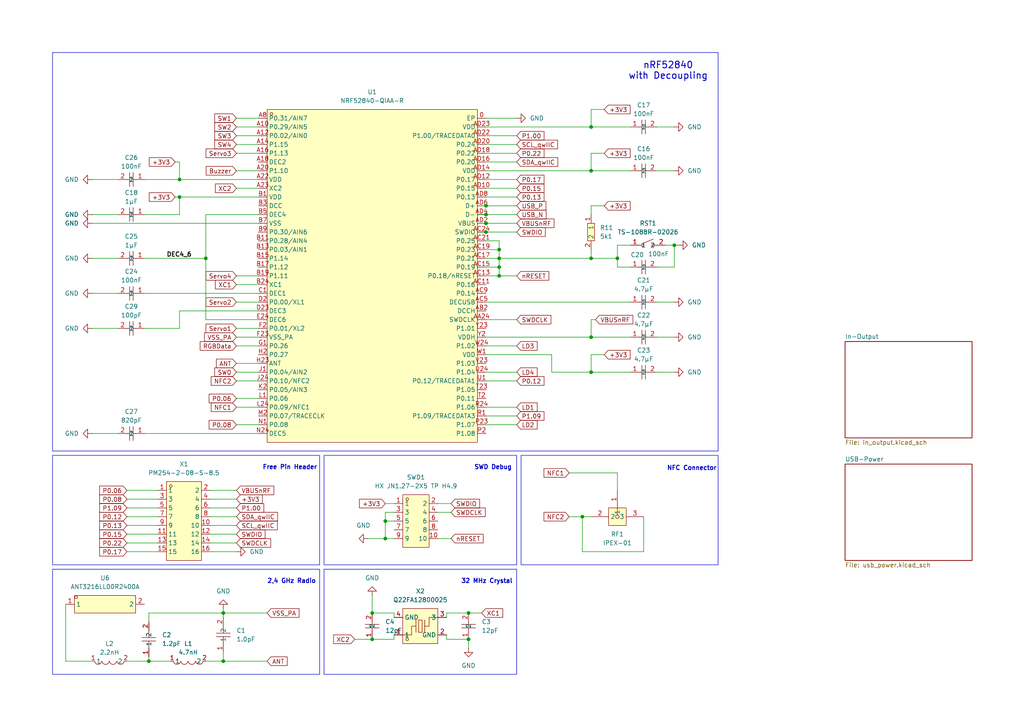
<source format=kicad_sch>
(kicad_sch (version 20250114) (generator "eeschema") (generator_version "9.0")
  (paper "A4")
  (title_block (title "CoffeeCaller nRF52840") (date "2025-07-17") (comment 1 "SPDX-FileCopyrightText: 2025 Andreas Kurz <info@akurz.net>") (comment 2 "SPDX-License-Identifier: CERN-OHL-S-2.0+"))
  (lib_symbols
    (symbol "EASYEDA:0402B821K500NT"
      (property "Reference" "C" (at 0 5.08 0))
      (property "Value" "0402B821K500NT" (at 0 -5.08 0))
      (symbol "0402B821K500NT_0_1"
        (polyline (pts (xy -1.27 0) (xy -0.51 0)))
        (polyline (pts (xy -0.51 2.03) (xy -0.51 -2.03)))
        (polyline (pts (xy 0.51 2.03) (xy 0.51 -2.03)))
        (polyline (pts (xy 0.51 0) (xy 1.27 0)))
        (pin input line (at -3.81 0 0) (length 2.54) (name "1") (number "1"))
        (pin input line (at 3.81 0 180) (length 2.54) (name "2") (number "2"))
      )
    )
    (symbol "EASYEDA:0603WAF5101T5E"
      (property "Reference" "R" (at 0 5.08 0))
      (property "Value" "0603WAF5101T5E" (at 0 -5.08 0))
      (symbol "0603WAF5101T5E_0_1"
        (rectangle (start -2.54 1.02) (end 2.54 -1.02) (fill (type background)))
        (pin input line (at -5.08 0 0) (length 2.54) (name "1") (number "1"))
        (pin input line (at 5.08 0 180) (length 2.54) (name "2") (number "2"))
      )
    )
    (symbol "EASYEDA:ANT3216LL00R2400A"
      (property "Reference" "U" (at 0 5.08 0))
      (property "Value" "ANT3216LL00R2400A" (at 0 -5.08 0))
      (symbol "ANT3216LL00R2400A_0_1"
        (rectangle (start -10.16 2.54) (end 7.62 -2.54) (fill (type background)))
        (circle (center -9.65 2.03) (radius 0.38))
        (pin unspecified line (at -12.7 0 0) (length 2.54) (name "1") (number "1"))
        (pin unspecified line (at 10.16 0 180) (length 2.54) (name "2") (number "2"))
      )
    )
    (symbol "EASYEDA:CL10A105KO8NNNC"
      (property "Reference" "C" (at 0 5.08 0))
      (property "Value" "CL10A105KO8NNNC" (at 0 -5.08 0))
      (symbol "CL10A105KO8NNNC_0_1"
        (polyline (pts (xy -1.27 0) (xy -0.51 0)))
        (polyline (pts (xy -0.51 2.03) (xy -0.51 -2.03)))
        (polyline (pts (xy 0.51 2.03) (xy 0.51 -2.03)))
        (polyline (pts (xy 0.51 0) (xy 1.27 0)))
        (pin input line (at -3.81 0 0) (length 2.54) (name "1") (number "1"))
        (pin input line (at 3.81 0 180) (length 2.54) (name "2") (number "2"))
      )
    )
    (symbol "EASYEDA:CL10A475KP8NNNC"
      (property "Reference" "C" (at 0 5.08 0))
      (property "Value" "CL10A475KP8NNNC" (at 0 -5.08 0))
      (symbol "CL10A475KP8NNNC_0_1"
        (polyline (pts (xy -1.27 0) (xy -0.51 0)))
        (polyline (pts (xy -0.51 2.03) (xy -0.51 -2.03)))
        (polyline (pts (xy 0.51 2.03) (xy 0.51 -2.03)))
        (polyline (pts (xy 0.51 0) (xy 1.27 0)))
        (pin input line (at -3.81 0 0) (length 2.54) (name "1") (number "1"))
        (pin input line (at 3.81 0 180) (length 2.54) (name "2") (number "2"))
      )
    )
    (symbol "EASYEDA:CL10C101JB8NNNC"
      (property "Reference" "C" (at 0 5.08 0))
      (property "Value" "CL10C101JB8NNNC" (at 0 -5.08 0))
      (symbol "CL10C101JB8NNNC_0_1"
        (polyline (pts (xy -1.27 0) (xy -0.51 0)))
        (polyline (pts (xy -0.51 2.03) (xy -0.51 -2.03)))
        (polyline (pts (xy 0.51 2.03) (xy 0.51 -2.03)))
        (polyline (pts (xy 0.51 0) (xy 1.27 0)))
        (pin input line (at -3.81 0 0) (length 2.54) (name "1") (number "1"))
        (pin input line (at 3.81 0 180) (length 2.54) (name "2") (number "2"))
      )
    )
    (symbol "EASYEDA:CL10C120JB8NNNC"
      (property "Reference" "C" (at 0 5.08 0))
      (property "Value" "CL10C120JB8NNNC" (at 0 -5.08 0))
      (symbol "CL10C120JB8NNNC_0_1"
        (polyline (pts (xy -1.27 0) (xy -0.51 0)))
        (polyline (pts (xy -0.51 2.03) (xy -0.51 -2.03)))
        (polyline (pts (xy 0.51 2.03) (xy 0.51 -2.03)))
        (polyline (pts (xy 0.51 0) (xy 1.27 0)))
        (pin input line (at -3.81 0 0) (length 2.54) (name "1") (number "1"))
        (pin input line (at 3.81 0 180) (length 2.54) (name "2") (number "2"))
      )
    )
    (symbol "EASYEDA:GRM0335C1H1R0BA01D"
      (property "Reference" "C" (at 0 5.08 0))
      (property "Value" "GRM0335C1H1R0BA01D" (at 0 -5.08 0))
      (symbol "GRM0335C1H1R0BA01D_0_1"
        (polyline (pts (xy -0.51 0) (xy -2.54 0)))
        (polyline (pts (xy -0.51 -2.03) (xy -0.51 2.03)))
        (polyline (pts (xy 0.51 2.03) (xy 0.51 -2.03)))
        (polyline (pts (xy 2.54 0) (xy 0.51 0)))
        (pin unspecified line (at -5.08 0 0) (length 2.54) (name "1") (number "1"))
        (pin unspecified line (at 5.08 0 180) (length 2.54) (name "2") (number "2"))
      )
    )
    (symbol "EASYEDA:GRM0335C1H1R2BA01D"
      (property "Reference" "C" (at 0 5.08 0))
      (property "Value" "GRM0335C1H1R2BA01D" (at 0 -5.08 0))
      (symbol "GRM0335C1H1R2BA01D_0_1"
        (polyline (pts (xy -0.51 0) (xy -2.54 0)))
        (polyline (pts (xy -0.51 -2.03) (xy -0.51 2.03)))
        (polyline (pts (xy 0.51 2.03) (xy 0.51 -2.03)))
        (polyline (pts (xy 2.54 0) (xy 0.51 0)))
        (pin unspecified line (at -5.08 0 0) (length 2.54) (name "1") (number "1"))
        (pin unspecified line (at 5.08 0 180) (length 2.54) (name "2") (number "2"))
      )
    )
    (symbol "EASYEDA:HXJN1.27-2X5TPH4.9"
      (property "Reference" "CN" (at 0 10.16 0))
      (property "Value" "HX JN1.27-2X5 TP H4.9" (at 0 -10.16 0))
      (symbol "HXJN1.27-2X5TPH4.9_0_1"
        (rectangle (start -3.81 7.62) (end 3.81 -7.62) (fill (type background)))
        (circle (center -2.54 6.35) (radius 0.38))
        (pin unspecified line (at -6.35 5.08 0) (length 2.54) (name "1") (number "1"))
        (pin unspecified line (at -6.35 2.54 0) (length 2.54) (name "3") (number "3"))
        (pin unspecified line (at -6.35 0 0) (length 2.54) (name "5") (number "5"))
        (pin unspecified line (at -6.35 -2.54 0) (length 2.54) (name "7") (number "7"))
        (pin unspecified line (at -6.35 -5.08 0) (length 2.54) (name "9") (number "9"))
        (pin unspecified line (at 6.35 5.08 180) (length 2.54) (name "2") (number "2"))
        (pin unspecified line (at 6.35 2.54 180) (length 2.54) (name "4") (number "4"))
        (pin unspecified line (at 6.35 0 180) (length 2.54) (name "6") (number "6"))
        (pin unspecified line (at 6.35 -2.54 180) (length 2.54) (name "8") (number "8"))
        (pin unspecified line (at 6.35 -5.08 180) (length 2.54) (name "10") (number "10"))
      )
    )
    (symbol "EASYEDA:IPEX-01"
      (property "Reference" "RF" (at 0 10.16 0))
      (property "Value" "IPEX-01" (at 0 -7.62 0))
      (symbol "IPEX-01_0_1"
        (rectangle (start -2.54 0) (end 2.54 -5.08) (fill (type background)))
        (polyline (pts (xy 0 -2.03) (xy 0 0)))
        (circle (center 0 -2.54) (radius 0.51))
        (pin unspecified line (at -7.62 -2.54 0) (length 5.08) (name "2") (number "2"))
        (pin unspecified line (at 0 5.08 270) (length 5.08) (name "1") (number "1"))
        (pin unspecified line (at 7.62 -2.54 180) (length 5.08) (name "3") (number "3"))
      )
    )
    (symbol "EASYEDA:LQP03TG2N2B02D"
      (property "Reference" "L" (at 0 5.08 0))
      (property "Value" "LQP03TG2N2B02D" (at 0 -5.08 0))
      (symbol "LQP03TG2N2B02D_0_1"
        (arc (start -2.27 -0.02) (mid -3.28 -0.937) (end -4.29 -0.02))
        (arc (start -0.11 -0.02) (mid -1.12 -0.937) (end -2.13 -0.02))
        (arc (start 2.04 -0.02) (mid 1.03 -0.937) (end 0.02 -0.02))
        (arc (start 4.23 -0.02) (mid 3.22 -0.9448) (end 2.21 -0.02))
        (pin unspecified line (at -5.08 0 0) (length 0.762) (name "1") (number "1"))
        (pin unspecified line (at 5.08 0 180) (length 0.762) (name "2") (number "2"))
      )
    )
    (symbol "EASYEDA:LQP03TN4N7H02D"
      (property "Reference" "L" (at 0 5.08 0))
      (property "Value" "LQP03TN4N7H02D" (at 0 -5.08 0))
      (symbol "LQP03TN4N7H02D_0_1"
        (arc (start -2.27 -0.02) (mid -3.28 -0.937) (end -4.29 -0.02))
        (arc (start -0.11 -0.02) (mid -1.12 -0.937) (end -2.13 -0.02))
        (arc (start 2.04 -0.02) (mid 1.03 -0.937) (end 0.02 -0.02))
        (arc (start 4.23 -0.02) (mid 3.22 -0.9448) (end 2.21 -0.02))
        (pin unspecified line (at -5.08 0 0) (length 0.762) (name "1") (number "1"))
        (pin unspecified line (at 5.08 0 180) (length 0.762) (name "2") (number "2"))
      )
    )
    (symbol "EASYEDA:NRF52840-QIAA-R"
      (property "Reference" "U1" (at 0 53.34 0))
      (property "Value" "NRF52840-QIAA-R" (at 0 50.8 0))
      (symbol "NRF52840-QIAA-R_0_1"
        (rectangle (start -30.48 48.26) (end 30.48 -48.26) (fill (type background)))
        (circle (center -29.21 46.99) (radius 0.38))
        (pin unspecified line (at -33.02 45.72 0) (length 2.54) (name "P0.31/AIN7") (number "A8"))
        (pin unspecified line (at -33.02 43.18 0) (length 2.54) (name "P0.29/AIN5") (number "A10"))
        (pin unspecified line (at -33.02 40.64 0) (length 2.54) (name "P0.02/AIN0") (number "A12"))
        (pin unspecified line (at -33.02 38.1 0) (length 2.54) (name "P1.15") (number "A14"))
        (pin unspecified line (at -33.02 35.56 0) (length 2.54) (name "P1.13") (number "A16"))
        (pin unspecified line (at -33.02 33.02 0) (length 2.54) (name "DEC2") (number "A18"))
        (pin unspecified line (at -33.02 30.48 0) (length 2.54) (name "P1.10") (number "A20"))
        (pin unspecified line (at -33.02 27.94 0) (length 2.54) (name "VDD") (number "A22"))
        (pin unspecified line (at -33.02 25.4 0) (length 2.54) (name "XC2") (number "A23"))
        (pin unspecified line (at -33.02 22.86 0) (length 2.54) (name "VDD") (number "B1"))
        (pin unspecified line (at -33.02 20.32 0) (length 2.54) (name "DCC") (number "B3"))
        (pin unspecified line (at -33.02 17.78 0) (length 2.54) (name "DEC4") (number "B5"))
        (pin unspecified line (at -33.02 15.24 0) (length 2.54) (name "VSS") (number "B7"))
        (pin unspecified line (at -33.02 12.7 0) (length 2.54) (name "P0.30/AIN6") (number "B9"))
        (pin unspecified line (at -33.02 10.16 0) (length 2.54) (name "P0.28/AIN4") (number "B11"))
        (pin unspecified line (at -33.02 7.62 0) (length 2.54) (name "P0.03/AIN1") (number "B13"))
        (pin unspecified line (at -33.02 5.08 0) (length 2.54) (name "P1.14") (number "B15"))
        (pin unspecified line (at -33.02 2.54 0) (length 2.54) (name "P1.12") (number "B17"))
        (pin unspecified line (at -33.02 0 0) (length 2.54) (name "P1.11") (number "B19"))
        (pin unspecified line (at -33.02 -2.54 0) (length 2.54) (name "XC1") (number "B24"))
        (pin unspecified line (at -33.02 -5.08 0) (length 2.54) (name "DEC1") (number "C1"))
        (pin unspecified line (at -33.02 -7.62 0) (length 2.54) (name "P0.00/XL1") (number "D2"))
        (pin unspecified line (at -33.02 -10.16 0) (length 2.54) (name "DEC3") (number "D23"))
        (pin unspecified line (at -33.02 -12.7 0) (length 2.54) (name "DEC6") (number "E24"))
        (pin unspecified line (at -33.02 -15.24 0) (length 2.54) (name "P0.01/XL2") (number "F2"))
        (pin unspecified line (at -33.02 -17.78 0) (length 2.54) (name "VSS_PA") (number "F23"))
        (pin unspecified line (at -33.02 -20.32 0) (length 2.54) (name "P0.26") (number "G1"))
        (pin unspecified line (at -33.02 -22.86 0) (length 2.54) (name "P0.27") (number "H2"))
        (pin unspecified line (at -33.02 -25.4 0) (length 2.54) (name "ANT") (number "H23"))
        (pin unspecified line (at -33.02 -27.94 0) (length 2.54) (name "P0.04/AIN2") (number "J1"))
        (pin unspecified line (at -33.02 -30.48 0) (length 2.54) (name "P0.10/NFC2") (number "J24"))
        (pin unspecified line (at -33.02 -33.02 0) (length 2.54) (name "P0.05/AIN3") (number "K2"))
        (pin unspecified line (at -33.02 -35.56 0) (length 2.54) (name "P0.06") (number "L1"))
        (pin unspecified line (at -33.02 -38.1 0) (length 2.54) (name "P0.09/NFC1") (number "L24"))
        (pin unspecified line (at -33.02 -40.64 0) (length 2.54) (name "P0.07/TRACECLK") (number "M2"))
        (pin unspecified line (at -33.02 -43.18 0) (length 2.54) (name "P0.08") (number "N1"))
        (pin unspecified line (at -33.02 -45.72 0) (length 2.54) (name "DEC5") (number "N24"))
        (pin unspecified line (at 33.02 45.72 180) (length 2.54) (name "EP") (number "0"))
        (pin unspecified line (at 33.02 43.18 180) (length 2.54) (name "VDD") (number "AD23"))
        (pin unspecified line (at 33.02 40.64 180) (length 2.54) (name "P1.00/TRACEDATA0") (number "AD22"))
        (pin unspecified line (at 33.02 38.1 180) (length 2.54) (name "P0.24") (number "AD20"))
        (pin unspecified line (at 33.02 35.56 180) (length 2.54) (name "P0.22") (number "AD18"))
        (pin unspecified line (at 33.02 33.02 180) (length 2.54) (name "P0.20") (number "AD16"))
        (pin unspecified line (at 33.02 30.48 180) (length 2.54) (name "VDD") (number "AD14"))
        (pin unspecified line (at 33.02 27.94 180) (length 2.54) (name "P0.17") (number "AD12"))
        (pin unspecified line (at 33.02 22.86 180) (length 2.54) (name "P0.13") (number "AD8"))
        (pin unspecified line (at 33.02 17.78 180) (length 2.54) (name "D-") (number "AD4"))
        (pin unspecified line (at 33.02 15.24 180) (length 2.54) (name "VBUS") (number "AD2"))
        (pin unspecified line (at 33.02 12.7 180) (length 2.54) (name "SWDIO") (number "AC24"))
        (pin unspecified line (at 33.02 10.16 180) (length 2.54) (name "P0.25") (number "AC21"))
        (pin unspecified line (at 33.02 7.62 180) (length 2.54) (name "P0.23") (number "AC19"))
        (pin unspecified line (at 33.02 2.54 180) (length 2.54) (name "P0.19") (number "AC15"))
        (pin unspecified line (at 33.02 0 180) (length 2.54) (name "P0.18/nRESET") (number "AC13"))
        (pin unspecified line (at 33.02 -2.54 180) (length 2.54) (name "P0.16") (number "AC11"))
        (pin unspecified line (at 33.02 -5.08 180) (length 2.54) (name "P0.14") (number "AC9"))
        (pin unspecified line (at 33.02 -7.62 180) (length 2.54) (name "DECUSB") (number "AC5"))
        (pin unspecified line (at 33.02 -10.16 180) (length 2.54) (name "DCCH") (number "AB2"))
        (pin unspecified line (at 33.02 -12.7 180) (length 2.54) (name "SWDCLK") (number "AA24"))
        (pin unspecified line (at 33.02 -15.24 180) (length 2.54) (name "P1.01") (number "Y23"))
        (pin unspecified line (at 33.02 -17.78 180) (length 2.54) (name "VDDH") (number "Y2"))
        (pin unspecified line (at 33.02 -20.32 180) (length 2.54) (name "P1.02") (number "W24"))
        (pin unspecified line (at 33.02 -22.86 180) (length 2.54) (name "VDD") (number "W1"))
        (pin unspecified line (at 33.02 -25.4 180) (length 2.54) (name "P1.03") (number "V23"))
        (pin unspecified line (at 33.02 -27.94 180) (length 2.54) (name "P1.04") (number "U24"))
        (pin unspecified line (at 33.02 -30.48 180) (length 2.54) (name "P0.12/TRACEDATA1") (number "U1"))
        (pin unspecified line (at 33.02 -33.02 180) (length 2.54) (name "P1.05") (number "T23"))
        (pin unspecified line (at 33.02 -35.56 180) (length 2.54) (name "P0.11") (number "T2"))
        (pin unspecified line (at 33.02 -38.1 180) (length 2.54) (name "P1.06") (number "R24"))
        (pin unspecified line (at 33.02 -40.64 180) (length 2.54) (name "P1.09/TRACEDATA3") (number "R1"))
        (pin unspecified line (at 33.02 -43.18 180) (length 2.54) (name "P1.07") (number "P23"))
        (pin unspecified line (at 33.02 -45.72 180) (length 2.54) (name "P1.08") (number "P2"))
      )
      (symbol "NRF52840-QIAA-R_1_1"
        (pin unspecified line (at 33.02 25.4 180) (length 2.54) (name "P0.15") (number "AD10"))
        (pin unspecified line (at 33.02 20.32 180) (length 2.54) (name "D+") (number "AD6"))
        (pin unspecified line (at 33.02 5.08 180) (length 2.54) (name "P0.21") (number "AC17"))
      )
    )
    (symbol "EASYEDA:PM254-2-08-S-8.5"
      (property "Reference" "H" (at 0 15.24 0))
      (property "Value" "PM254-2-08-S-8.5" (at 0 -12.7 0))
      (symbol "PM254-2-08-S-8.5_0_1"
        (rectangle (start -5.08 12.7) (end 5.08 -10.16) (fill (type background)))
        (circle (center -3.81 11.43) (radius 0.38))
        (pin unspecified line (at -7.62 10.16 0) (length 2.54) (name "1") (number "1"))
        (pin unspecified line (at -7.62 7.62 0) (length 2.54) (name "3") (number "3"))
        (pin unspecified line (at -7.62 5.08 0) (length 2.54) (name "5") (number "5"))
        (pin unspecified line (at -7.62 2.54 0) (length 2.54) (name "7") (number "7"))
        (pin unspecified line (at -7.62 0 0) (length 2.54) (name "9") (number "9"))
        (pin unspecified line (at -7.62 -2.54 0) (length 2.54) (name "11") (number "11"))
        (pin unspecified line (at -7.62 -5.08 0) (length 2.54) (name "13") (number "13"))
        (pin unspecified line (at -7.62 -7.62 0) (length 2.54) (name "15") (number "15"))
        (pin unspecified line (at 7.62 10.16 180) (length 2.54) (name "2") (number "2"))
        (pin unspecified line (at 7.62 7.62 180) (length 2.54) (name "4") (number "4"))
        (pin unspecified line (at 7.62 5.08 180) (length 2.54) (name "6") (number "6"))
        (pin unspecified line (at 7.62 2.54 180) (length 2.54) (name "8") (number "8"))
        (pin unspecified line (at 7.62 0 180) (length 2.54) (name "10") (number "10"))
        (pin unspecified line (at 7.62 -2.54 180) (length 2.54) (name "12") (number "12"))
        (pin unspecified line (at 7.62 -5.08 180) (length 2.54) (name "14") (number "14"))
        (pin unspecified line (at 7.62 -7.62 180) (length 2.54) (name "16") (number "16"))
      )
    )
    (symbol "EASYEDA:Q22FA12800025"
      (property "Reference" "X" (at 0 7.62 0))
      (property "Value" "Q22FA12800025" (at 0 -7.62 0))
      (symbol "Q22FA12800025_0_1"
        (rectangle (start -5.08 5.08) (end 5.08 -5.08) (fill (type background)))
        (polyline (pts (xy -5.08 -2.54) (xy -2.54 -2.54) (xy -2.54 0) (xy -1.27 0)))
        (circle (center -3.81 -3.81) (radius 0.38))
        (polyline (pts (xy -1.27 -1.78) (xy -1.27 1.78)))
        (rectangle (start -0.51 1.78) (end 0.51 -1.78) (fill (type background)))
        (polyline (pts (xy 1.27 -1.78) (xy 1.27 1.78)))
        (polyline (pts (xy 5.08 2.54) (xy 2.54 2.54) (xy 2.54 0) (xy 1.27 0)))
        (pin input line (at -7.62 2.54 0) (length 2.54) (name "GND") (number "4"))
        (pin input line (at -7.62 -2.54 0) (length 2.54) (name "1") (number "1"))
        (pin input line (at 7.62 2.54 180) (length 2.54) (name "3") (number "3"))
        (pin input line (at 7.62 -2.54 180) (length 2.54) (name "GND") (number "2"))
      )
    )
    (symbol "EASYEDA:TS-1088R-02026"
      (property "Reference" "SW" (at 0 5.08 0))
      (property "Value" "TS-1088R-02026" (at 0 -5.08 0))
      (symbol "TS-1088R-02026_0_1"
        (polyline (pts (xy -2.03 0) (xy -2.54 0)))
        (polyline (pts (xy -1.52 0.51) (xy 1.52 1.78)))
        (circle (center -1.52 0) (radius 0.38))
        (circle (center 1.52 0) (radius 0.38))
        (polyline (pts (xy 2.03 0) (xy 2.54 0)))
        (pin unspecified line (at -5.08 0 0) (length 2.54) (name "1") (number "1"))
        (pin unspecified line (at 5.08 0 180) (length 2.54) (name "2") (number "2"))
      )
    )
    (symbol "power:GND" (power) (pin_numbers (hide yes)) (pin_names (offset 0) (hide yes))
      (property "Value" "GND" (at 0 -3.81 0))
      (symbol "GND_0_1"
        (polyline (pts (xy 0 0) (xy 0 -1.27) (xy 1.27 -1.27) (xy 0 -2.54) (xy -1.27 -1.27) (xy 0 -1.27)))
      )
      (symbol "GND_1_1"
        (pin power_in line (at 0 0 270) (length 0) (name "~") (number "1"))
      )
    )
  )
  (rectangle (start 93.98 132.08) (end 149.86 163.83))
  (rectangle (start 15.24 165.1) (end 92.71 195.58))
  (rectangle (start 93.98 165.1) (end 149.86 195.58))
  (rectangle (start 15.24 15.24) (end 208.28 130.81))
  (rectangle (start 15.24 132.08) (end 92.71 163.83))
  (rectangle (start 151.13 132.08) (end 208.28 163.83))
  (text "nRF52840\nwith Decoupling" (at 193.802 20.574 0) (effects (font (size 1.905 1.905) (thickness 0.254) (bold yes))))
  (text "2,4 GHz Radio" (at 84.582 168.656 0) (effects (font (size 1.27 1.27) (thickness 0.254) (bold yes))))
  (text "Free Pin Header" (at 84.074 135.636 0) (effects (font (size 1.27 1.27) (thickness 0.254) (bold yes))))
  (text "32 MHz Crystal" (at 141.224 168.656 0) (effects (font (size 1.27 1.27) (thickness 0.254) (bold yes))))
  (text "NFC Connector" (at 200.66 135.89 0) (effects (font (size 1.27 1.27) (thickness 0.254) (bold yes))))
  (text "SWD Debug" (at 143.002 135.636 0) (effects (font (size 1.27 1.27) (thickness 0.254) (bold yes))))
  (junction (at 64.77 191.77))
  (junction (at 43.18 191.77))
  (junction (at 140.97 67.31))
  (junction (at 111.76 156.21))
  (junction (at 52.07 52.07))
  (junction (at 140.97 59.69))
  (junction (at 144.78 80.01))
  (junction (at 195.58 71.12))
  (junction (at 168.91 149.86))
  (junction (at 179.07 74.93))
  (junction (at 107.95 185.42))
  (junction (at 135.89 185.42))
  (junction (at 171.45 97.79))
  (junction (at 59.69 74.93))
  (junction (at 64.77 177.8))
  (junction (at 171.45 49.53))
  (junction (at 107.95 177.8))
  (junction (at 171.45 36.83))
  (junction (at 140.97 64.77))
  (junction (at 52.07 57.15))
  (junction (at 171.45 107.95))
  (junction (at 144.78 72.39))
  (junction (at 140.97 62.23))
  (junction (at 111.76 151.13))
  (junction (at 171.45 74.93))
  (junction (at 144.78 74.93))
  (junction (at 135.89 177.8))
  (junction (at 144.78 77.47))
  (wire (pts (xy 107.95 172.72) (xy 107.95 177.8)))
  (wire (pts (xy 68.58 115.57) (xy 74.93 115.57)))
  (wire (pts (xy 127 156.21) (xy 130.81 156.21)))
  (wire (pts (xy 135.89 185.42) (xy 135.89 187.96)))
  (wire (pts (xy 36.83 142.24) (xy 45.72 142.24)))
  (wire (pts (xy 68.58 39.37) (xy 74.93 39.37)))
  (wire (pts (xy 171.45 97.79) (xy 182.88 97.79)))
  (wire (pts (xy 140.97 74.93) (xy 144.78 74.93)))
  (wire (pts (xy 68.58 80.01) (xy 74.93 80.01)))
  (wire (pts (xy 140.97 80.01) (xy 144.78 80.01)))
  (wire (pts (xy 140.97 92.71) (xy 149.86 92.71)))
  (wire (pts (xy 43.18 190.5) (xy 43.18 191.77)))
  (wire (pts (xy 171.45 107.95) (xy 160.02 107.95)))
  (wire (pts (xy 36.83 147.32) (xy 45.72 147.32)))
  (wire (pts (xy 114.3 184.15) (xy 114.3 185.42)))
  (wire (pts (xy 41.91 52.07) (xy 52.07 52.07)))
  (wire (pts (xy 144.78 69.85) (xy 144.78 72.39)))
  (wire (pts (xy 111.76 156.21) (xy 111.76 151.13)))
  (wire (pts (xy 182.88 77.47) (xy 179.07 77.47)))
  (wire (pts (xy 64.77 177.8) (xy 77.47 177.8)))
  (wire (pts (xy 68.58 54.61) (xy 74.93 54.61)))
  (wire (pts (xy 60.96 154.94) (xy 68.58 154.94)))
  (wire (pts (xy 36.83 160.02) (xy 45.72 160.02)))
  (wire (pts (xy 140.97 64.77) (xy 149.86 64.77)))
  (wire (pts (xy 26.67 95.25) (xy 34.29 95.25)))
  (wire (pts (xy 140.97 100.33) (xy 149.86 100.33)))
  (wire (pts (xy 111.76 148.59) (xy 114.3 148.59)))
  (wire (pts (xy 138.43 59.69) (xy 140.97 59.69)))
  (wire (pts (xy 59.69 62.23) (xy 59.69 74.93)))
  (wire (pts (xy 140.97 120.65) (xy 149.86 120.65)))
  (wire (pts (xy 160.02 102.87) (xy 140.97 102.87)))
  (wire (pts (xy 68.58 82.55) (xy 74.93 82.55)))
  (wire (pts (xy 171.45 107.95) (xy 182.88 107.95)))
  (wire (pts (xy 64.77 189.23) (xy 64.77 191.77)))
  (wire (pts (xy 144.78 72.39) (xy 144.78 74.93)))
  (wire (pts (xy 68.58 97.79) (xy 74.93 97.79)))
  (wire (pts (xy 41.91 74.93) (xy 59.69 74.93)))
  (wire (pts (xy 102.87 185.42) (xy 107.95 185.42)))
  (wire (pts (xy 129.54 185.42) (xy 135.89 185.42)))
  (wire (pts (xy 60.96 147.32) (xy 68.58 147.32)))
  (wire (pts (xy 138.43 64.77) (xy 140.97 64.77)))
  (wire (pts (xy 171.45 44.45) (xy 171.45 49.53)))
  (wire (pts (xy 179.07 74.93) (xy 179.07 71.12)))
  (wire (pts (xy 19.05 191.77) (xy 26.67 191.77)))
  (wire (pts (xy 171.45 31.75) (xy 171.45 36.83)))
  (wire (pts (xy 36.83 152.4) (xy 45.72 152.4)))
  (wire (pts (xy 68.58 34.29) (xy 74.93 34.29)))
  (wire (pts (xy 140.97 46.99) (xy 149.86 46.99)))
  (wire (pts (xy 107.95 177.8) (xy 114.3 177.8)))
  (wire (pts (xy 41.91 125.73) (xy 74.93 125.73)))
  (wire (pts (xy 68.58 123.19) (xy 74.93 123.19)))
  (wire (pts (xy 60.96 144.78) (xy 68.58 144.78)))
  (wire (pts (xy 190.5 77.47) (xy 195.58 77.47)))
  (wire (pts (xy 68.58 95.25) (xy 74.93 95.25)))
  (wire (pts (xy 168.91 160.02) (xy 168.91 149.86)))
  (wire (pts (xy 175.26 102.87) (xy 171.45 102.87)))
  (wire (pts (xy 140.97 49.53) (xy 171.45 49.53)))
  (wire (pts (xy 129.54 184.15) (xy 129.54 185.42)))
  (wire (pts (xy 179.07 71.12) (xy 182.88 71.12)))
  (wire (pts (xy 59.69 74.93) (xy 59.69 92.71)))
  (wire (pts (xy 26.67 62.23) (xy 34.29 62.23)))
  (wire (pts (xy 52.07 62.23) (xy 41.91 62.23)))
  (wire (pts (xy 140.97 41.91) (xy 149.86 41.91)))
  (wire (pts (xy 36.83 191.77) (xy 43.18 191.77)))
  (wire (pts (xy 182.88 49.53) (xy 171.45 49.53)))
  (wire (pts (xy 26.67 125.73) (xy 34.29 125.73)))
  (wire (pts (xy 64.77 191.77) (xy 77.47 191.77)))
  (wire (pts (xy 190.5 36.83) (xy 195.58 36.83)))
  (wire (pts (xy 68.58 44.45) (xy 74.93 44.45)))
  (wire (pts (xy 140.97 123.19) (xy 149.86 123.19)))
  (wire (pts (xy 140.97 107.95) (xy 149.86 107.95)))
  (wire (pts (xy 59.69 92.71) (xy 74.93 92.71)))
  (wire (pts (xy 144.78 80.01) (xy 149.86 80.01)))
  (wire (pts (xy 68.58 107.95) (xy 74.93 107.95)))
  (wire (pts (xy 111.76 151.13) (xy 114.3 151.13)))
  (wire (pts (xy 26.67 64.77) (xy 74.93 64.77)))
  (wire (pts (xy 144.78 77.47) (xy 144.78 80.01)))
  (wire (pts (xy 59.69 191.77) (xy 64.77 191.77)))
  (wire (pts (xy 60.96 157.48) (xy 68.58 157.48)))
  (wire (pts (xy 140.97 72.39) (xy 144.78 72.39)))
  (wire (pts (xy 60.96 160.02) (xy 68.58 160.02)))
  (wire (pts (xy 36.83 154.94) (xy 45.72 154.94)))
  (wire (pts (xy 172.72 92.71) (xy 171.45 92.71)))
  (wire (pts (xy 43.18 191.77) (xy 49.53 191.77)))
  (wire (pts (xy 179.07 137.16) (xy 179.07 142.24)))
  (wire (pts (xy 135.89 177.8) (xy 129.54 177.8)))
  (wire (pts (xy 190.5 49.53) (xy 195.58 49.53)))
  (wire (pts (xy 140.97 67.31) (xy 149.86 67.31)))
  (wire (pts (xy 171.45 92.71) (xy 171.45 97.79)))
  (wire (pts (xy 43.18 177.8) (xy 64.77 177.8)))
  (wire (pts (xy 190.5 87.63) (xy 195.58 87.63)))
  (wire (pts (xy 168.91 149.86) (xy 171.45 149.86)))
  (wire (pts (xy 182.88 87.63) (xy 140.97 87.63)))
  (wire (pts (xy 64.77 177.8) (xy 64.77 179.07)))
  (wire (pts (xy 138.43 62.23) (xy 140.97 62.23)))
  (wire (pts (xy 129.54 177.8) (xy 129.54 179.07)))
  (wire (pts (xy 144.78 74.93) (xy 171.45 74.93)))
  (wire (pts (xy 114.3 179.07) (xy 114.3 177.8)))
  (wire (pts (xy 160.02 107.95) (xy 160.02 102.87)))
  (wire (pts (xy 52.07 90.17) (xy 74.93 90.17)))
  (wire (pts (xy 41.91 95.25) (xy 52.07 95.25)))
  (wire (pts (xy 111.76 151.13) (xy 111.76 148.59)))
  (wire (pts (xy 190.5 107.95) (xy 195.58 107.95)))
  (wire (pts (xy 171.45 44.45) (xy 175.26 44.45)))
  (wire (pts (xy 140.97 62.23) (xy 149.86 62.23)))
  (wire (pts (xy 60.96 152.4) (xy 68.58 152.4)))
  (wire (pts (xy 193.04 71.12) (xy 195.58 71.12)))
  (wire (pts (xy 179.07 77.47) (xy 179.07 74.93)))
  (wire (pts (xy 74.93 57.15) (xy 52.07 57.15)))
  (wire (pts (xy 68.58 36.83) (xy 74.93 36.83)))
  (wire (pts (xy 127 146.05) (xy 130.81 146.05)))
  (wire (pts (xy 171.45 74.93) (xy 171.45 72.39)))
  (wire (pts (xy 106.68 156.21) (xy 111.76 156.21)))
  (wire (pts (xy 175.26 59.69) (xy 171.45 59.69)))
  (wire (pts (xy 195.58 71.12) (xy 196.85 71.12)))
  (wire (pts (xy 36.83 144.78) (xy 45.72 144.78)))
  (wire (pts (xy 52.07 95.25) (xy 52.07 90.17)))
  (wire (pts (xy 186.69 160.02) (xy 168.91 160.02)))
  (wire (pts (xy 140.97 77.47) (xy 144.78 77.47)))
  (wire (pts (xy 140.97 44.45) (xy 149.86 44.45)))
  (wire (pts (xy 140.97 57.15) (xy 149.86 57.15)))
  (wire (pts (xy 140.97 69.85) (xy 144.78 69.85)))
  (wire (pts (xy 36.83 149.86) (xy 45.72 149.86)))
  (wire (pts (xy 68.58 49.53) (xy 74.93 49.53)))
  (wire (pts (xy 138.43 67.31) (xy 140.97 67.31)))
  (wire (pts (xy 52.07 57.15) (xy 52.07 62.23)))
  (wire (pts (xy 144.78 74.93) (xy 144.78 77.47)))
  (wire (pts (xy 41.91 85.09) (xy 74.93 85.09)))
  (wire (pts (xy 50.8 57.15) (xy 52.07 57.15)))
  (wire (pts (xy 171.45 102.87) (xy 171.45 107.95)))
  (wire (pts (xy 175.26 31.75) (xy 171.45 31.75)))
  (wire (pts (xy 36.83 157.48) (xy 45.72 157.48)))
  (wire (pts (xy 26.67 74.93) (xy 34.29 74.93)))
  (wire (pts (xy 190.5 97.79) (xy 195.58 97.79)))
  (wire (pts (xy 195.58 77.47) (xy 195.58 71.12)))
  (wire (pts (xy 140.97 36.83) (xy 171.45 36.83)))
  (wire (pts (xy 68.58 87.63) (xy 74.93 87.63)))
  (wire (pts (xy 68.58 100.33) (xy 74.93 100.33)))
  (wire (pts (xy 111.76 146.05) (xy 114.3 146.05)))
  (wire (pts (xy 114.3 185.42) (xy 107.95 185.42)))
  (wire (pts (xy 26.67 85.09) (xy 34.29 85.09)))
  (wire (pts (xy 171.45 74.93) (xy 179.07 74.93)))
  (wire (pts (xy 140.97 39.37) (xy 149.86 39.37)))
  (wire (pts (xy 60.96 149.86) (xy 68.58 149.86)))
  (wire (pts (xy 68.58 105.41) (xy 74.93 105.41)))
  (wire (pts (xy 186.69 149.86) (xy 186.69 160.02)))
  (wire (pts (xy 68.58 110.49) (xy 74.93 110.49)))
  (wire (pts (xy 26.67 52.07) (xy 34.29 52.07)))
  (wire (pts (xy 140.97 118.11) (xy 149.86 118.11)))
  (wire (pts (xy 52.07 52.07) (xy 74.93 52.07)))
  (wire (pts (xy 60.96 142.24) (xy 68.58 142.24)))
  (wire (pts (xy 50.8 46.99) (xy 52.07 46.99)))
  (wire (pts (xy 19.05 175.26) (xy 19.05 191.77)))
  (wire (pts (xy 111.76 156.21) (xy 114.3 156.21)))
  (wire (pts (xy 165.1 137.16) (xy 179.07 137.16)))
  (wire (pts (xy 43.18 180.34) (xy 43.18 177.8)))
  (wire (pts (xy 140.97 54.61) (xy 149.86 54.61)))
  (wire (pts (xy 140.97 110.49) (xy 149.86 110.49)))
  (wire (pts (xy 171.45 59.69) (xy 171.45 62.23)))
  (wire (pts (xy 68.58 118.11) (xy 74.93 118.11)))
  (wire (pts (xy 140.97 52.07) (xy 149.86 52.07)))
  (wire (pts (xy 140.97 59.69) (xy 149.86 59.69)))
  (wire (pts (xy 140.97 97.79) (xy 171.45 97.79)))
  (wire (pts (xy 59.69 62.23) (xy 74.93 62.23)))
  (wire (pts (xy 127 148.59) (xy 130.81 148.59)))
  (wire (pts (xy 64.77 176.53) (xy 64.77 177.8)))
  (wire (pts (xy 68.58 41.91) (xy 74.93 41.91)))
  (wire (pts (xy 165.1 149.86) (xy 168.91 149.86)))
  (wire (pts (xy 171.45 36.83) (xy 182.88 36.83)))
  (wire (pts (xy 135.89 177.8) (xy 139.7 177.8)))
  (wire (pts (xy 52.07 46.99) (xy 52.07 52.07)))
  (wire (pts (xy 140.97 34.29) (xy 149.86 34.29)))
  (label "DEC4_6" (at 48.26 74.93 0) (effects (font (thickness 0.254) (bold yes))))
  (global_label "USB_P" (shape input) (at 149.86 59.69 0) (property "Intersheetrefs" "${INTERSHEET_REFS}" (effects (hide yes))))
  (global_label "Servo2" (shape input) (at 68.58 87.63 180) (property "Intersheetrefs" "${INTERSHEET_REFS}" (effects (hide yes))))
  (global_label "ANT" (shape input) (at 68.58 105.41 180) (property "Intersheetrefs" "${INTERSHEET_REFS}" (effects (hide yes))))
  (global_label "VBUSnRF" (shape input) (at 172.72 92.71 0) (property "Intersheetrefs" "${INTERSHEET_REFS}" (effects (hide yes))))
  (global_label "SWDCLK" (shape input) (at 130.81 148.59 0) (property "Intersheetrefs" "${INTERSHEET_REFS}" (effects (hide yes))))
  (global_label "+3V3" (shape input) (at 175.26 31.75 0) (property "Intersheetrefs" "${INTERSHEET_REFS}" (effects (hide yes))))
  (global_label "XC2" (shape input) (at 68.58 54.61 180) (property "Intersheetrefs" "${INTERSHEET_REFS}" (effects (hide yes))))
  (global_label "LD2" (shape input) (at 149.86 123.19 0) (property "Intersheetrefs" "${INTERSHEET_REFS}" (effects (hide yes))))
  (global_label "XC2" (shape input) (at 102.87 185.42 180) (property "Intersheetrefs" "${INTERSHEET_REFS}" (effects (hide yes))))
  (global_label "LD3" (shape input) (at 149.86 100.33 0) (property "Intersheetrefs" "${INTERSHEET_REFS}" (effects (hide yes))))
  (global_label "NFC1" (shape input) (at 68.58 118.11 180) (property "Intersheetrefs" "${INTERSHEET_REFS}" (effects (hide yes))))
  (global_label "SWDIO" (shape input) (at 130.81 146.05 0) (property "Intersheetrefs" "${INTERSHEET_REFS}" (effects (hide yes))))
  (global_label "SWDIO" (shape input) (at 68.58 154.94 0) (property "Intersheetrefs" "${INTERSHEET_REFS}" (effects (hide yes))))
  (global_label "XC1" (shape input) (at 68.58 82.55 180) (property "Intersheetrefs" "${INTERSHEET_REFS}" (effects (hide yes))))
  (global_label "SW3" (shape input) (at 68.58 39.37 180) (property "Intersheetrefs" "${INTERSHEET_REFS}" (effects (hide yes))))
  (global_label "SCL_qwIIC" (shape input) (at 68.58 152.4 0) (property "Intersheetrefs" "${INTERSHEET_REFS}" (effects (hide yes))))
  (global_label "ANT" (shape input) (at 77.47 191.77 0) (property "Intersheetrefs" "${INTERSHEET_REFS}" (effects (hide yes))))
  (global_label "NFC2" (shape input) (at 165.1 149.86 180) (property "Intersheetrefs" "${INTERSHEET_REFS}" (effects (hide yes))))
  (global_label "LD1" (shape input) (at 149.86 118.11 0) (property "Intersheetrefs" "${INTERSHEET_REFS}" (effects (hide yes))))
  (global_label "P0.06" (shape input) (at 68.58 115.57 180) (property "Intersheetrefs" "${INTERSHEET_REFS}" (effects (hide yes))))
  (global_label "VBUSnRF" (shape input) (at 68.58 142.24 0) (property "Intersheetrefs" "${INTERSHEET_REFS}" (effects (hide yes))))
  (global_label "P1.09" (shape input) (at 149.86 120.65 0) (property "Intersheetrefs" "${INTERSHEET_REFS}" (effects (hide yes))))
  (global_label "P0.15" (shape input) (at 149.86 54.61 0) (property "Intersheetrefs" "${INTERSHEET_REFS}" (effects (hide yes))))
  (global_label "NFC1" (shape input) (at 165.1 137.16 180) (property "Intersheetrefs" "${INTERSHEET_REFS}" (effects (hide yes))))
  (global_label "+3V3" (shape input) (at 111.76 146.05 180) (property "Intersheetrefs" "${INTERSHEET_REFS}" (effects (hide yes))))
  (global_label "VSS_PA" (shape input) (at 68.58 97.79 180) (property "Intersheetrefs" "${INTERSHEET_REFS}" (effects (hide yes))))
  (global_label "P0.08" (shape input) (at 36.83 144.78 180) (property "Intersheetrefs" "${INTERSHEET_REFS}" (effects (hide yes))))
  (global_label "P0.13" (shape input) (at 36.83 152.4 180) (property "Intersheetrefs" "${INTERSHEET_REFS}" (effects (hide yes))))
  (global_label "Servo3" (shape input) (at 68.58 44.45 180) (property "Intersheetrefs" "${INTERSHEET_REFS}" (effects (hide yes))))
  (global_label "nRESET" (shape input) (at 130.81 156.21 0) (property "Intersheetrefs" "${INTERSHEET_REFS}" (effects (hide yes))))
  (global_label "P0.12" (shape input) (at 36.83 149.86 180) (property "Intersheetrefs" "${INTERSHEET_REFS}" (effects (hide yes))))
  (global_label "nRESET" (shape input) (at 149.86 80.01 0) (property "Intersheetrefs" "${INTERSHEET_REFS}" (effects (hide yes))))
  (global_label "VSS_PA" (shape input) (at 77.47 177.8 0) (property "Intersheetrefs" "${INTERSHEET_REFS}" (effects (hide yes))))
  (global_label "SW0" (shape input) (at 68.58 107.95 180) (property "Intersheetrefs" "${INTERSHEET_REFS}" (effects (hide yes))))
  (global_label "P0.08" (shape input) (at 68.58 123.19 180) (property "Intersheetrefs" "${INTERSHEET_REFS}" (effects (hide yes))))
  (global_label "SWDCLK" (shape input) (at 68.58 157.48 0) (property "Intersheetrefs" "${INTERSHEET_REFS}" (effects (hide yes))))
  (global_label "P0.17" (shape input) (at 36.83 160.02 180) (property "Intersheetrefs" "${INTERSHEET_REFS}" (effects (hide yes))))
  (global_label "P1.00" (shape input) (at 68.58 147.32 0) (property "Intersheetrefs" "${INTERSHEET_REFS}" (effects (hide yes))))
  (global_label "RGBData" (shape input) (at 68.58 100.33 180) (property "Intersheetrefs" "${INTERSHEET_REFS}" (effects (hide yes))))
  (global_label "+3V3" (shape input) (at 68.58 144.78 0) (property "Intersheetrefs" "${INTERSHEET_REFS}" (effects (hide yes))))
  (global_label "+3V3" (shape input) (at 50.8 46.99 180) (property "Intersheetrefs" "${INTERSHEET_REFS}" (effects (hide yes))))
  (global_label "XC1" (shape input) (at 139.7 177.8 0) (property "Intersheetrefs" "${INTERSHEET_REFS}" (effects (hide yes))))
  (global_label "SDA_qwIIC" (shape input) (at 68.58 149.86 0) (property "Intersheetrefs" "${INTERSHEET_REFS}" (effects (hide yes))))
  (global_label "P0.17" (shape input) (at 149.86 52.07 0) (property "Intersheetrefs" "${INTERSHEET_REFS}" (effects (hide yes))))
  (global_label "P1.09" (shape input) (at 36.83 147.32 180) (property "Intersheetrefs" "${INTERSHEET_REFS}" (effects (hide yes))))
  (global_label "USB_N" (shape input) (at 149.86 62.23 0) (property "Intersheetrefs" "${INTERSHEET_REFS}" (effects (hide yes))))
  (global_label "P0.22" (shape input) (at 36.83 157.48 180) (property "Intersheetrefs" "${INTERSHEET_REFS}" (effects (hide yes))))
  (global_label "+3V3" (shape input) (at 175.26 44.45 0) (property "Intersheetrefs" "${INTERSHEET_REFS}" (effects (hide yes))))
  (global_label "+3V3" (shape input) (at 175.26 102.87 0) (property "Intersheetrefs" "${INTERSHEET_REFS}" (effects (hide yes))))
  (global_label "SWDIO" (shape input) (at 149.86 67.31 0) (property "Intersheetrefs" "${INTERSHEET_REFS}" (effects (hide yes))))
  (global_label "+3V3" (shape input) (at 50.8 57.15 180) (property "Intersheetrefs" "${INTERSHEET_REFS}" (effects (hide yes))))
  (global_label "P0.22" (shape input) (at 149.86 44.45 0) (property "Intersheetrefs" "${INTERSHEET_REFS}" (effects (hide yes))))
  (global_label "SW1" (shape input) (at 68.58 34.29 180) (property "Intersheetrefs" "${INTERSHEET_REFS}" (effects (hide yes))))
  (global_label "P1.00" (shape input) (at 149.86 39.37 0) (property "Intersheetrefs" "${INTERSHEET_REFS}" (effects (hide yes))))
  (global_label "SW2" (shape input) (at 68.58 36.83 180) (property "Intersheetrefs" "${INTERSHEET_REFS}" (effects (hide yes))))
  (global_label "Buzzer" (shape input) (at 68.58 49.53 180) (property "Intersheetrefs" "${INTERSHEET_REFS}" (effects (hide yes))))
  (global_label "Servo1" (shape input) (at 68.58 95.25 180) (property "Intersheetrefs" "${INTERSHEET_REFS}" (effects (hide yes))))
  (global_label "P0.13" (shape input) (at 149.86 57.15 0) (property "Intersheetrefs" "${INTERSHEET_REFS}" (effects (hide yes))))
  (global_label "P0.15" (shape input) (at 36.83 154.94 180) (property "Intersheetrefs" "${INTERSHEET_REFS}" (effects (hide yes))))
  (global_label "+3V3" (shape input) (at 175.26 59.69 0) (property "Intersheetrefs" "${INTERSHEET_REFS}" (effects (hide yes))))
  (global_label "Servo4" (shape input) (at 68.58 80.01 180) (property "Intersheetrefs" "${INTERSHEET_REFS}" (effects (hide yes))))
  (global_label "SWDCLK" (shape input) (at 149.86 92.71 0) (property "Intersheetrefs" "${INTERSHEET_REFS}" (effects (hide yes))))
  (global_label "P0.12" (shape input) (at 149.86 110.49 0) (property "Intersheetrefs" "${INTERSHEET_REFS}" (effects (hide yes))))
  (global_label "P0.06" (shape input) (at 36.83 142.24 180) (property "Intersheetrefs" "${INTERSHEET_REFS}" (effects (hide yes))))
  (global_label "SDA_qwIIC" (shape input) (at 149.86 46.99 0) (property "Intersheetrefs" "${INTERSHEET_REFS}" (effects (hide yes))))
  (global_label "VBUSnRF" (shape input) (at 149.86 64.77 0) (property "Intersheetrefs" "${INTERSHEET_REFS}" (effects (hide yes))))
  (global_label "LD4" (shape input) (at 149.86 107.95 0) (property "Intersheetrefs" "${INTERSHEET_REFS}" (effects (hide yes))))
  (global_label "NFC2" (shape input) (at 68.58 110.49 180) (property "Intersheetrefs" "${INTERSHEET_REFS}" (effects (hide yes))))
  (global_label "SW4" (shape input) (at 68.58 41.91 180) (property "Intersheetrefs" "${INTERSHEET_REFS}" (effects (hide yes))))
  (global_label "SCL_qwIIC" (shape input) (at 149.86 41.91 0) (property "Intersheetrefs" "${INTERSHEET_REFS}" (effects (hide yes))))
  (symbol (lib_id "EASYEDA:IPEX-01") (at 179.07 147.32 0) (unit 1)
    (property "Reference" "RF1" (at 179.07 154.94 0))
    (property "Value" "IPEX-01" (at 179.07 157.48 0))
    (property "Footprint" "easyeda2kicad:IPEX-SMD_3P-L2.6-W2.6-LS3.0_YUANDI_RF-001" (effects (hide yes)))
    (property "LCSC Part" "C36936657" (effects (hide yes)))
  )
  (symbol (lib_id "power:GND") (at 195.58 87.63 90) (unit 1)
    (property "Reference" "#PWR032" (effects (hide yes)))
    (property "Value" "GND" (at 199.39 87.6299 90) (effects (justify right)))
    (property "Description" "Power symbol creates a global label with name \"GND\" , ground" (effects (hide yes)))
  )
  (symbol (lib_id "EASYEDA:LQP03TG2N2B02D") (at 31.75 191.77 0) (unit 1)
    (property "Reference" "L2" (at 31.75 186.69 0))
    (property "Value" "2.2nH" (at 31.75 189.23 0))
    (property "Footprint" "easyeda2kicad:L0201-RD" (effects (hide yes)))
    (property "Datasheet" "https://lcsc.com/product-detail/Inductors-SMD_muRata_LQP03TG2N2B02D_2-2nH-0-1nH_C86107.html" (effects (hide yes)))
    (property "LCSC Part" "C86107" (effects (hide yes)))
  )
  (symbol (lib_id "EASYEDA:TS-1088R-02026") (at 187.96 71.12 0) (unit 1)
    (property "Reference" "RST1" (at 187.96 64.77 0))
    (property "Value" "TS-1088R-02026" (at 187.96 67.31 0))
    (property "Footprint" "easyeda2kicad:SW-SMD_L3.9-W3.0-P4.45" (effects (hide yes)))
    (property "Datasheet" "https://lcsc.com/product-detail/New-Arrivals_XUNPU-TS-1088R-02026_C455280.html" (effects (hide yes)))
    (property "LCSC Part" "C455280" (effects (hide yes)))
  )
  (symbol (lib_id "EASYEDA:CL10C120JB8NNNC") (at 107.95 181.61 90) (unit 1)
    (property "Reference" "C4" (at 111.76 180.3399 90) (effects (justify right)))
    (property "Value" "12pF" (at 111.76 182.8799 90) (effects (justify right)))
    (property "Footprint" "easyeda2kicad:C0603" (effects (hide yes)))
    (property "Datasheet" "https://lcsc.com/product-detail/Multilayer-Ceramic-Capacitors-MLCC-SMD-SMT_SAMSUNG_CL10C120JB8NNNC_12pF-120-5-50V_C38523.html" (effects (hide yes)))
    (property "LCSC Part" "C38523" (effects (hide yes)))
  )
  (symbol (lib_id "power:GND") (at 26.67 85.09 270) (unit 1)
    (property "Reference" "#PWR037" (effects (hide yes)))
    (property "Value" "GND" (at 22.86 85.0899 90) (effects (justify right)))
    (property "Description" "Power symbol creates a global label with name \"GND\" , ground" (effects (hide yes)))
  )
  (symbol (lib_id "power:GND") (at 26.67 62.23 270) (unit 1)
    (property "Reference" "#PWR048" (effects (hide yes)))
    (property "Value" "GND" (at 22.86 62.2299 90) (effects (justify right)))
    (property "Description" "Power symbol creates a global label with name \"GND\" , ground" (effects (hide yes)))
  )
  (symbol (lib_id "EASYEDA:CL10A105KO8NNNC") (at 38.1 74.93 180) (unit 1)
    (property "Reference" "C25" (at 38.1 68.58 0))
    (property "Value" "1µF" (at 38.1 71.12 0))
    (property "Footprint" "easyeda2kicad:C0603" (effects (hide yes)))
    (property "Datasheet" "https://jlcpcb.com/partdetail/16531-CL10A105KB8NNNC/C15849" (effects (hide yes)))
    (property "LCSC Part" "C15849" (effects (hide yes)))
  )
  (symbol (lib_id "EASYEDA:CL10C120JB8NNNC") (at 186.69 49.53 0) (unit 1)
    (property "Reference" "C16" (at 186.69 43.18 0))
    (property "Value" "100nF" (at 186.69 45.72 0))
    (property "Footprint" "easyeda2kicad:C0402" (effects (hide yes)))
    (property "Datasheet" "https://jlcpcb.com/api/file/downloadByFileSystemAccessId/8579707269996871680" (effects (hide yes)))
    (property "LCSC Part" "C1525" (effects (hide yes)))
  )
  (symbol (lib_id "power:GND") (at 149.86 34.29 90) (unit 1)
    (property "Reference" "#PWR044" (effects (hide yes)))
    (property "Value" "GND" (at 153.67 34.2899 90) (effects (justify right)))
    (property "Description" "Power symbol creates a global label with name \"GND\" , ground" (effects (hide yes)))
  )
  (symbol (lib_id "power:GND") (at 135.89 187.96 0) (unit 1)
    (property "Reference" "#PWR06" (effects (hide yes)))
    (property "Value" "GND" (at 135.89 193.04 0))
    (property "Description" "Power symbol creates a global label with name \"GND\" , ground" (effects (hide yes)))
  )
  (symbol (lib_id "power:GND") (at 195.58 49.53 90) (unit 1)
    (property "Reference" "#PWR049" (effects (hide yes)))
    (property "Value" "GND" (at 199.39 49.5299 90) (effects (justify right)))
    (property "Description" "Power symbol creates a global label with name \"GND\" , ground" (effects (hide yes)))
  )
  (symbol (lib_id "EASYEDA:HXJN1.27-2X5TPH4.9") (at 120.65 151.13 0) (unit 1)
    (property "Reference" "SWD1" (at 120.65 138.43 0))
    (property "Value" "HX JN1.27-2X5 TP H4.9" (at 120.65 140.97 0))
    (property "Footprint" "easyeda2kicad:IDC-SMD_10P-P1.27-3220-10-0300-00" (effects (hide yes)))
    (property "LCSC Part" "C42372555" (effects (hide yes)))
  )
  (symbol (lib_id "EASYEDA:CL10A475KP8NNNC") (at 186.69 97.79 0) (unit 1)
    (property "Reference" "C22" (at 186.69 91.44 0))
    (property "Value" "4.7µF" (at 186.69 93.98 0))
    (property "Footprint" "easyeda2kicad:C0603" (effects (hide yes)))
    (property "Datasheet" "https://jlcpcb.com/partdetail/20375-CL10A475KO8NNNC/C19666" (effects (hide yes)))
    (property "LCSC Part" "C19666" (effects (hide yes)))
  )
  (symbol (lib_id "EASYEDA:CL10C120JB8NNNC") (at 38.1 85.09 180) (unit 1)
    (property "Reference" "C24" (at 38.1 78.74 0))
    (property "Value" "100nF" (at 38.1 81.28 0))
    (property "Footprint" "easyeda2kicad:C0402" (effects (hide yes)))
    (property "Datasheet" "https://jlcpcb.com/api/file/downloadByFileSystemAccessId/8579707269996871680" (effects (hide yes)))
    (property "LCSC Part" "C1525" (effects (hide yes)))
  )
  (symbol (lib_id "EASYEDA:GRM0335C1H1R2BA01D") (at 43.18 185.42 90) (unit 1)
    (property "Reference" "C2" (at 46.99 184.1499 90) (effects (justify right)))
    (property "Value" "1.2pF" (at 46.99 186.6899 90) (effects (justify right)))
    (property "Footprint" "easyeda2kicad:C0201" (effects (hide yes)))
    (property "Datasheet" "https://lcsc.com/product-detail/Multilayer-Ceramic-Capacitors-MLCC-SMD-SMT_muRata_GRM0335C1H1R2BA01D_1-2pF-1R2-0-1pF-50V_C85895.html" (effects (hide yes)))
    (property "LCSC Part" "C85895" (effects (hide yes)))
  )
  (symbol (lib_id "EASYEDA:CL10A105KO8NNNC") (at 38.1 62.23 180) (unit 1)
    (property "Reference" "C18" (at 38.1 55.88 0))
    (property "Value" "1µF" (at 38.1 58.42 0))
    (property "Footprint" "easyeda2kicad:C0603" (effects (hide yes)))
    (property "Datasheet" "https://jlcpcb.com/partdetail/16531-CL10A105KB8NNNC/C15849" (effects (hide yes)))
    (property "LCSC Part" "C15849" (effects (hide yes)))
  )
  (symbol (lib_id "power:GND") (at 26.67 52.07 270) (unit 1)
    (property "Reference" "#PWR035" (effects (hide yes)))
    (property "Value" "GND" (at 22.86 52.0699 90) (effects (justify right)))
    (property "Description" "Power symbol creates a global label with name \"GND\" , ground" (effects (hide yes)))
  )
  (symbol (lib_id "EASYEDA:CL10A475KP8NNNC") (at 186.69 107.95 0) (unit 1)
    (property "Reference" "C23" (at 186.69 101.6 0))
    (property "Value" "4.7µF" (at 186.69 104.14 0))
    (property "Footprint" "easyeda2kicad:C0603" (effects (hide yes)))
    (property "Datasheet" "https://jlcpcb.com/partdetail/20375-CL10A475KO8NNNC/C19666" (effects (hide yes)))
    (property "LCSC Part" "C19666" (effects (hide yes)))
  )
  (symbol (lib_id "EASYEDA:Q22FA12800025") (at 121.92 181.61 0) (unit 1)
    (property "Reference" "X2" (at 121.92 171.45 0))
    (property "Value" "Q22FA12800025" (at 121.92 173.99 0))
    (property "Footprint" "easyeda2kicad:CRYSTAL-SMD_4P-L2.0-W1.6-BL" (effects (hide yes)))
    (property "Datasheet" "https://lcsc.com/product-detail/SMD-Crystals_EPSON_Q22FA12800025_FA-128-32MHZ-8PF-10ppm_C187794.html" (effects (hide yes)))
    (property "LCSC Part" "C187794" (effects (hide yes)))
  )
  (symbol (lib_id "EASYEDA:CL10C120JB8NNNC") (at 186.69 77.47 0) (unit 1)
    (property "Reference" "C20" (at 182.88 73.914 0) (effects (justify left)))
    (property "Value" "100nF" (at 187.9599 73.66 0) (effects (justify left)))
    (property "Footprint" "easyeda2kicad:C0402" (effects (hide yes)))
    (property "Datasheet" "https://jlcpcb.com/api/file/downloadByFileSystemAccessId/8579707269996871680" (effects (hide yes)))
    (property "LCSC Part" "C1525" (effects (hide yes)))
  )
  (symbol (lib_id "power:GND") (at 196.85 71.12 90) (unit 1)
    (property "Reference" "#PWR08" (effects (hide yes)))
    (property "Value" "GND" (at 200.66 71.1199 90) (effects (justify right)))
    (property "Description" "Power symbol creates a global label with name \"GND\" , ground" (effects (hide yes)))
  )
  (symbol (lib_id "power:GND") (at 26.67 125.73 270) (unit 1)
    (property "Reference" "#PWR010" (effects (hide yes)))
    (property "Value" "GND" (at 22.86 125.7299 90) (effects (justify right)))
    (property "Description" "Power symbol creates a global label with name \"GND\" , ground" (effects (hide yes)))
  )
  (symbol (lib_id "power:GND") (at 26.67 95.25 270) (unit 1)
    (property "Reference" "#PWR051" (effects (hide yes)))
    (property "Value" "GND" (at 22.86 95.2499 90) (effects (justify right)))
    (property "Description" "Power symbol creates a global label with name \"GND\" , ground" (effects (hide yes)))
  )
  (symbol (lib_id "power:GND") (at 64.77 176.53 180) (unit 1)
    (property "Reference" "#PWR02" (effects (hide yes)))
    (property "Value" "GND" (at 64.77 171.45 0))
    (property "Description" "Power symbol creates a global label with name \"GND\" , ground" (effects (hide yes)))
  )
  (symbol (lib_id "EASYEDA:LQP03TN4N7H02D") (at 54.61 191.77 0) (unit 1)
    (property "Reference" "L1" (at 54.61 186.69 0))
    (property "Value" "4.7nH" (at 54.61 189.23 0))
    (property "Footprint" "easyeda2kicad:L0201" (effects (hide yes)))
    (property "Datasheet" "https://lcsc.com/product-detail/Inductors-SMD_muRata_LQP03TN4N7H02D_4-7nH-3_C86126.html" (effects (hide yes)))
    (property "LCSC Part" "C86126" (effects (hide yes)))
  )
  (symbol (lib_id "EASYEDA:CL10A475KP8NNNC") (at 186.69 87.63 0) (unit 1)
    (property "Reference" "C21" (at 186.69 81.28 0))
    (property "Value" "4.7µF" (at 186.69 83.82 0))
    (property "Footprint" "easyeda2kicad:C0603" (effects (hide yes)))
    (property "Datasheet" "https://jlcpcb.com/partdetail/20375-CL10A475KO8NNNC/C19666" (effects (hide yes)))
    (property "LCSC Part" "C19666" (effects (hide yes)))
  )
  (symbol (lib_id "power:GND") (at 195.58 97.79 90) (unit 1)
    (property "Reference" "#PWR033" (effects (hide yes)))
    (property "Value" "GND" (at 199.39 97.7899 90) (effects (justify right)))
    (property "Description" "Power symbol creates a global label with name \"GND\" , ground" (effects (hide yes)))
  )
  (symbol (lib_id "EASYEDA:PM254-2-08-S-8.5") (at 53.34 152.4 0) (unit 1)
    (property "Reference" "X1" (at 53.34 134.62 0))
    (property "Value" "PM254-2-08-S-8.5" (at 53.34 137.16 0))
    (property "Footprint" "easyeda2kicad:HDR-SMD_16P-P2.54-V-F-R2-C8-LS7.1" (effects (hide yes)))
    (property "LCSC Part" "C3975153" (effects (hide yes)))
  )
  (symbol (lib_id "EASYEDA:0402B821K500NT") (at 38.1 125.73 180) (unit 1)
    (property "Reference" "C27" (at 38.1 119.38 0))
    (property "Value" "820pF" (at 38.1 121.92 0))
    (property "Footprint" "easyeda2kicad:C0402" (effects (hide yes)))
    (property "Datasheet" "https://lcsc.com/product-detail/Multilayer-Ceramic-Capacitors-MLCC-SMD-SMT_820pF-821-10-50V_C1543.html" (effects (hide yes)))
    (property "LCSC Part" "C1543" (effects (hide yes)))
  )
  (symbol (lib_id "EASYEDA:CL10C120JB8NNNC") (at 135.89 181.61 90) (unit 1)
    (property "Reference" "C3" (at 139.7 180.3399 90) (effects (justify right)))
    (property "Value" "12pF" (at 139.7 182.8799 90) (effects (justify right)))
    (property "Footprint" "easyeda2kicad:C0603" (effects (hide yes)))
    (property "Datasheet" "https://lcsc.com/product-detail/Multilayer-Ceramic-Capacitors-MLCC-SMD-SMT_SAMSUNG_CL10C120JB8NNNC_12pF-120-5-50V_C38523.html" (effects (hide yes)))
    (property "LCSC Part" "C38523" (effects (hide yes)))
  )
  (symbol (lib_id "power:GND") (at 195.58 107.95 90) (unit 1)
    (property "Reference" "#PWR050" (effects (hide yes)))
    (property "Value" "GND" (at 199.39 107.9499 90) (effects (justify right)))
    (property "Description" "Power symbol creates a global label with name \"GND\" , ground" (effects (hide yes)))
  )
  (symbol (lib_id "power:GND") (at 195.58 36.83 90) (unit 1)
    (property "Reference" "#PWR04" (effects (hide yes)))
    (property "Value" "GND" (at 199.39 36.8299 90) (effects (justify right)))
    (property "Description" "Power symbol creates a global label with name \"GND\" , ground" (effects (hide yes)))
  )
  (symbol (lib_id "power:GND") (at 26.67 74.93 270) (unit 1)
    (property "Reference" "#PWR036" (effects (hide yes)))
    (property "Value" "GND" (at 22.86 74.9299 90) (effects (justify right)))
    (property "Description" "Power symbol creates a global label with name \"GND\" , ground" (effects (hide yes)))
  )
  (symbol (lib_id "EASYEDA:CL10C120JB8NNNC") (at 186.69 36.83 0) (unit 1)
    (property "Reference" "C17" (at 186.69 30.48 0))
    (property "Value" "100nF" (at 186.69 33.02 0))
    (property "Footprint" "easyeda2kicad:C0402" (effects (hide yes)))
    (property "Datasheet" "https://jlcpcb.com/api/file/downloadByFileSystemAccessId/8579707269996871680" (effects (hide yes)))
    (property "LCSC Part" "C1525" (effects (hide yes)))
  )
  (symbol (lib_id "power:GND") (at 26.67 64.77 270) (unit 1)
    (property "Reference" "#PWR047" (effects (hide yes)))
    (property "Value" "GND" (at 22.86 64.7699 90) (effects (justify right)))
    (property "Description" "Power symbol creates a global label with name \"GND\" , ground" (effects (hide yes)))
  )
  (symbol (lib_id "power:GND") (at 106.68 156.21 270) (unit 1)
    (property "Reference" "#PWR012" (effects (hide yes)))
    (property "Value" "GND" (at 105.41 152.4 90))
    (property "Description" "Power symbol creates a global label with name \"GND\" , ground" (effects (hide yes)))
  )
  (symbol (lib_id "EASYEDA:CL10C120JB8NNNC") (at 38.1 52.07 180) (unit 1)
    (property "Reference" "C26" (at 38.1 45.72 0))
    (property "Value" "100nF" (at 38.1 48.26 0))
    (property "Footprint" "easyeda2kicad:C0402" (effects (hide yes)))
    (property "Datasheet" "https://jlcpcb.com/api/file/downloadByFileSystemAccessId/8579707269996871680" (effects (hide yes)))
    (property "LCSC Part" "C1525" (effects (hide yes)))
  )
  (symbol (lib_id "power:GND") (at 68.58 160.02 90) (unit 1)
    (property "Reference" "#PWR016" (effects (hide yes)))
    (property "Value" "GND" (at 72.39 160.0199 90) (effects (justify right)))
    (property "Description" "Power symbol creates a global label with name \"GND\" , ground" (effects (hide yes)))
  )
  (symbol (lib_id "EASYEDA:ANT3216LL00R2400A") (at 31.75 175.26 0) (unit 1)
    (property "Reference" "U6" (at 30.48 167.64 0))
    (property "Value" "ANT3216LL00R2400A" (at 30.48 170.18 0))
    (property "Footprint" "easyeda2kicad:ANT-SMD_L3.2-W1.6" (effects (hide yes)))
    (property "Datasheet" "https://lcsc.com/product-detail/Others_YAGEO-ANT3216LL00R2400A_C293767.html" (effects (hide yes)))
    (property "LCSC Part" "C293767" (effects (hide yes)))
  )
  (symbol (lib_id "EASYEDA:0603WAF5101T5E") (at 171.45 67.31 270) (unit 1)
    (property "Reference" "R11" (at 173.99 66.0399 90) (effects (justify left)))
    (property "Value" "5k1" (at 173.99 68.5799 90) (effects (justify left)))
    (property "Footprint" "easyeda2kicad:R0603" (effects (hide yes)))
    (property "Datasheet" "https://lcsc.com/product-detail/Chip-Resistor-Surface-Mount-UniOhm_5-1KR-5101-1_C23186.html" (effects (hide yes)))
    (property "LCSC Part" "C23186" (effects (hide yes)))
  )
  (symbol (lib_id "power:GND") (at 107.95 172.72 180) (unit 1)
    (property "Reference" "#PWR07" (effects (hide yes)))
    (property "Value" "GND" (at 107.95 167.64 0))
    (property "Description" "Power symbol creates a global label with name \"GND\" , ground" (effects (hide yes)))
  )
  (symbol (lib_id "EASYEDA:NRF52840-QIAA-R") (at 107.95 80.01 0) (unit 1)
    (property "Reference" "U1" (at 107.95 26.67 0))
    (property "Value" "NRF52840-QIAA-R" (at 107.95 29.21 0))
    (property "Footprint" "easyeda2kicad:AQFN-73_L7.0-W7.0-P0.50-BL-EP4.8" (effects (hide yes)))
    (property "Datasheet" "https://lcsc.com/product-detail/Others_Nordic-Semicon_NRF52840-QIAA-R_Nordic-Semicon-NRF52840-QIAA-R_C190794.html" (effects (hide yes)))
    (property "LCSC Part" "C190794" (effects (hide yes)))
  )
  (symbol (lib_id "EASYEDA:CL10C101JB8NNNC") (at 38.1 95.25 180) (unit 1)
    (property "Reference" "C29" (at 38.1 88.9 0))
    (property "Value" "100pF" (at 38.1 91.44 0))
    (property "Footprint" "easyeda2kicad:C0603" (effects (hide yes)))
    (property "Datasheet" "https://lcsc.com/product-detail/Multilayer-Ceramic-Capacitors-MLCC-SMD-SMT_SAMSUNG_CL10C101JB8NNNC_100pF-101-5-50V_C14858.html" (effects (hide yes)))
    (property "LCSC Part" "C14858" (effects (hide yes)))
  )
  (symbol (lib_id "EASYEDA:GRM0335C1H1R0BA01D") (at 64.77 184.15 90) (unit 1)
    (property "Reference" "C1" (at 68.58 182.8799 90) (effects (justify right)))
    (property "Value" "1.0pF" (at 68.58 185.4199 90) (effects (justify right)))
    (property "Footprint" "easyeda2kicad:C0201" (effects (hide yes)))
    (property "Datasheet" "https://lcsc.com/product-detail/Multilayer-Ceramic-Capacitors-MLCC-SMD-SMT_muRata_GRM0335C1H1R0BA01D_1pF-1R0-0-1pF-50V_C85893.html" (effects (hide yes)))
    (property "LCSC Part" "C85893" (effects (hide yes)))
  )
  (sheet (at 245.11 134.62) (size 36.83 27.94) (stroke (width 0.1524))
    (property "Sheetname" "USB-Power" (at 245.11 133.9084 0) (effects (justify left bottom)))
    (property "Sheetfile" "usb_power.kicad_sch" (at 245.11 163.1446 0) (effects (justify left top)))
  )
  (sheet (at 245.11 99.06) (size 36.83 27.94) (stroke (width 0.1524))
    (property "Sheetname" "In-Output" (at 245.11 98.3484 0) (effects (justify left bottom)))
    (property "Sheetfile" "in_output.kicad_sch" (at 245.11 127.5846 0) (effects (justify left top)))
  )
)
</source>
